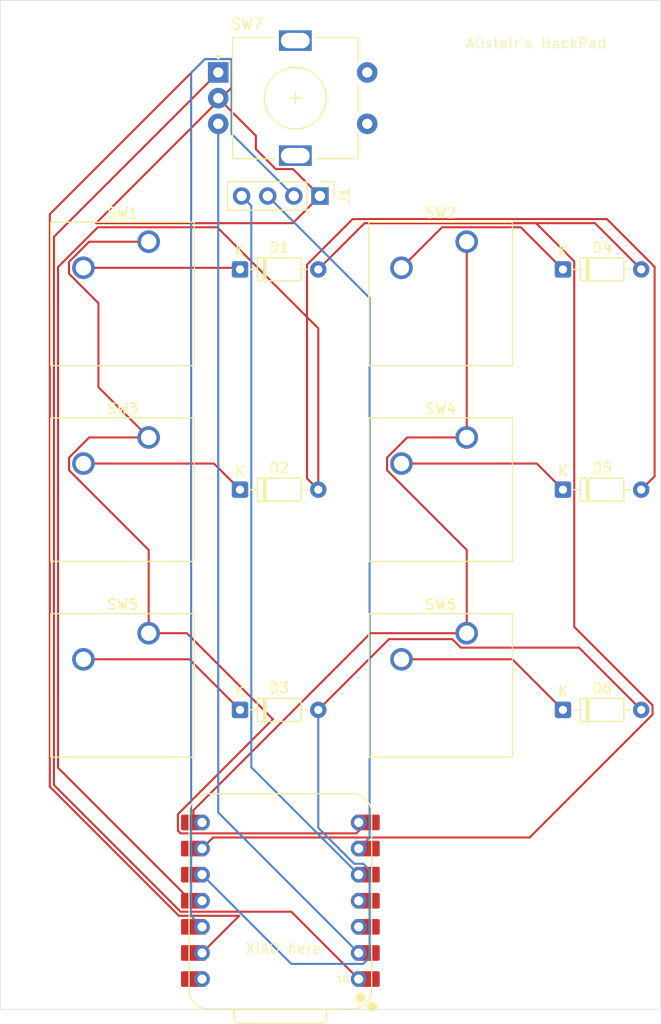
<source format=kicad_pcb>
(kicad_pcb (version 20241229) (generator "pcbnew") (generator_version "9.0")
  (layers (0 "F.Cu" signal) (2 "B.Cu" signal) (13 "F.Paste" user) (15 "B.Paste" user) (5 "F.SilkS" user "F.Silkscreen") (7 "B.SilkS" user "B.Silkscreen") (1 "F.Mask" user) (3 "B.Mask" user) (25 "Edge.Cuts" user))
  (net 0 "")
  (net 1 "Net-(D1-K)")
  (net 2 "/ROW0")
  (net 3 "/ROW1")
  (net 4 "Net-(D2-K)")
  (net 5 "/ROW2")
  (net 6 "Net-(D3-K)")
  (net 7 "Net-(D4-K)")
  (net 8 "Net-(D5-K)")
  (net 9 "Net-(D6-K)")
  (net 10 "GND")
  (net 11 "+3V3")
  (net 12 "/SDA")
  (net 13 "/SCL")
  (net 14 "/COL0")
  (net 15 "/COL1")
  (net 16 "/ENC_B")
  (net 17 "/ENC_A")
  (footprint "OPL:XIAO-RP2040-DIP" (layer "F.Cu") (at 158.2325 109.06125 180)
    (property "Reference" "U1" (at -6.07375 -7.62 180) (layer "F.SilkS") (effects (font (size 0.635 0.635) (thickness 0.1016))))
    (property "Value" "XIAO-RP2040-DIP")
    (fp_line (start 8.89 8.509) (end 8.89 -8.636) (stroke (width 0.127)) (layer "F.SilkS"))
    (fp_line (start 6.985 -10.541) (end -6.985 -10.541) (stroke (width 0.1)) (layer "F.SilkS"))
    (fp_line (start 6.985 -10.541) (end -6.985 -10.541) (stroke (width 0.127)) (layer "F.SilkS"))
    (fp_line (start 4.504 -11.451) (end 4.504 -10.541) (stroke (width 0.127)) (layer "F.SilkS"))
    (fp_line (start -3.991272 -11.951) (end 4.004 -11.951) (stroke (width 0.127)) (layer "F.SilkS"))
    (fp_line (start -4.495 -10.541) (end -4.491272 -11.451272) (stroke (width 0.127)) (layer "F.SilkS"))
    (fp_line (start -6.985 10.414) (end 6.985 10.414) (stroke (width 0.127)) (layer "F.SilkS"))
    (fp_line (start -8.89 8.509) (end -8.89 -8.636) (stroke (width 0.127)) (layer "F.SilkS"))
    (fp_arc (start 8.89 8.509) (mid 8.332038 9.856038) (end 6.985 10.414) (stroke (width 0.127)) (layer "F.SilkS"))
    (fp_arc (start 6.985 -10.541) (mid 8.332038 -9.983038) (end 8.89 -8.636) (stroke (width 0.127)) (layer "F.SilkS"))
    (fp_arc (start 4.004 -11.951) (mid 4.357553 -11.804553) (end 4.504 -11.451) (stroke (width 0.127)) (layer "F.SilkS"))
    (fp_arc (start -4.491272 -11.451272) (mid -4.344728 -11.80464) (end -3.991272 -11.951) (stroke (width 0.127)) (layer "F.SilkS"))
    (fp_arc (start -6.985 10.414) (mid -8.332038 9.856038) (end -8.89 8.509) (stroke (width 0.127)) (layer "F.SilkS"))
    (fp_arc (start -8.89 -8.636) (mid -8.332038 -9.983038) (end -6.985 -10.541) (stroke (width 0.127)) (layer "F.SilkS"))
    (fp_circle (center -7.807 -9.42) (end -7.807 -9.674) (stroke (width 0.5)) (fill yes) (layer "F.SilkS"))
    (fp_circle (center -8.95 -10.3) (end -8.95 -10.554) (stroke (width 0.5)) (fill yes) (layer "F.SilkS"))
    (pad "1" smd roundrect (at -8.455 -7.62) (size 2.432 1.524) (layers "F.Cu" "F.Mask") (roundrect_rratio 0.1) (net 17 "/ENC_A"))
    (pad "1" thru_hole circle (at -7.62 -7.62) (size 1.524 1.524) (drill 0.889) (layers "*.Cu" "*.Mask") (net 17 "/ENC_A"))
    (pad "2" smd roundrect (at -8.455 -5.08) (size 2.432 1.524) (layers "F.Cu" "F.Mask") (roundrect_rratio 0.1) (net 16 "/ENC_B"))
    (pad "2" thru_hole circle (at -7.62 -5.08) (size 1.524 1.524) (drill 0.889) (layers "*.Cu" "*.Mask") (net 16 "/ENC_B"))
    (pad "3" smd roundrect (at -8.455 -2.54) (size 2.432 1.524) (layers "F.Cu" "F.Mask") (roundrect_rratio 0.1))
    (pad "3" thru_hole circle (at -7.62 -2.54) (size 1.524 1.524) (drill 0.889) (layers "*.Cu" "*.Mask"))
    (pad "4" smd roundrect (at -8.455 0) (size 2.432 1.524) (layers "F.Cu" "F.Mask") (roundrect_rratio 0.1))
    (pad "4" thru_hole circle (at -7.62 0) (size 1.524 1.524) (drill 0.889) (layers "*.Cu" "*.Mask"))
    (pad "5" smd roundrect (at -8.455 2.54) (size 2.432 1.524) (layers "F.Cu" "F.Mask") (roundrect_rratio 0.1) (net 12 "/SDA"))
    (pad "5" thru_hole circle (at -7.62 2.54) (size 1.524 1.524) (drill 0.889) (layers "*.Cu" "*.Mask") (net 12 "/SDA"))
    (pad "6" smd roundrect (at -8.455 5.08) (size 2.432 1.524) (layers "F.Cu" "F.Mask") (roundrect_rratio 0.1) (net 13 "/SCL"))
    (pad "6" thru_hole circle (at -7.62 5.08) (size 1.524 1.524) (drill 0.889) (layers "*.Cu" "*.Mask") (net 13 "/SCL"))
    (pad "7" smd roundrect (at -8.455 7.62) (size 2.432 1.524) (layers "F.Cu" "F.Mask") (roundrect_rratio 0.1) (net 14 "/COL0"))
    (pad "7" thru_hole circle (at -7.62 7.62) (size 1.524 1.524) (drill 0.889) (layers "*.Cu" "*.Mask") (net 14 "/COL0"))
    (pad "8" thru_hole circle (at 7.62 7.62 180) (size 1.524 1.524) (drill 0.889) (layers "*.Cu" "*.Mask") (net 15 "/COL1"))
    (pad "8" smd roundrect (at 8.455 7.62 180) (size 2.432 1.524) (layers "F.Cu" "F.Mask") (roundrect_rratio 0.1) (net 15 "/COL1"))
    (pad "9" thru_hole circle (at 7.62 5.08 180) (size 1.524 1.524) (drill 0.889) (layers "*.Cu" "*.Mask") (net 2 "/ROW0"))
    (pad "9" smd roundrect (at 8.455 5.08 180) (size 2.432 1.524) (layers "F.Cu" "F.Mask") (roundrect_rratio 0.1) (net 2 "/ROW0"))
    (pad "10" thru_hole circle (at 7.62 2.54 180) (size 1.524 1.524) (drill 0.889) (layers "*.Cu" "*.Mask") (net 5 "/ROW2"))
    (pad "10" smd roundrect (at 8.455 2.54 180) (size 2.432 1.524) (layers "F.Cu" "F.Mask") (roundrect_rratio 0.1) (net 5 "/ROW2"))
    (pad "11" thru_hole circle (at 7.62 0 180) (size 1.524 1.524) (drill 0.889) (layers "*.Cu" "*.Mask") (net 3 "/ROW1"))
    (pad "11" smd roundrect (at 8.455 0 180) (size 2.432 1.524) (layers "F.Cu" "F.Mask") (roundrect_rratio 0.1) (net 3 "/ROW1"))
    (pad "12" thru_hole circle (at 7.62 -2.54 180) (size 1.524 1.524) (drill 0.889) (layers "*.Cu" "*.Mask") (net 11 "+3V3"))
    (pad "12" smd roundrect (at 8.455 -2.54 180) (size 2.432 1.524) (layers "F.Cu" "F.Mask") (roundrect_rratio 0.1) (net 11 "+3V3"))
    (pad "13" thru_hole circle (at 7.62 -5.08 180) (size 1.524 1.524) (drill 0.889) (layers "*.Cu" "*.Mask") (net 10 "GND"))
    (pad "13" smd roundrect (at 8.455 -5.08 180) (size 2.432 1.524) (layers "F.Cu" "F.Mask") (roundrect_rratio 0.1) (net 10 "GND"))
    (pad "14" thru_hole circle (at 7.62 -7.62 180) (size 1.524 1.524) (drill 0.889) (layers "*.Cu" "*.Mask"))
    (pad "14" smd roundrect (at 8.455 -7.62 180) (size 2.432 1.524) (layers "F.Cu" "F.Mask") (roundrect_rratio 0.1))
  )
  (footprint "Button_Switch_Keyboard:SW_Cherry_MX_1.00u_PCB" (layer "F.Cu") (at 145.415 83.02625)
    (property "Reference" "SW5" (at -2.54 -2.794 0) (layer "F.SilkS"))
    (property "Value" "SW_Push")
    (fp_line (start -9.525 -1.905) (end 4.445 -1.905) (stroke (width 0.12)) (layer "F.SilkS"))
    (fp_line (start -9.525 12.065) (end -9.525 -1.905) (stroke (width 0.12)) (layer "F.SilkS"))
    (fp_line (start 4.445 -1.905) (end 4.445 12.065) (stroke (width 0.12)) (layer "F.SilkS"))
    (fp_line (start 4.445 12.065) (end -9.525 12.065) (stroke (width 0.12)) (layer "F.SilkS"))
    (pad "" np_thru_hole circle (at -7.62 5.08) (size 1.7 1.7) (drill 1.7) (layers "*.Cu" "*.Mask"))
    (pad "" np_thru_hole circle (at -2.54 5.08) (size 4 4) (drill 4) (layers "*.Cu" "*.Mask"))
    (pad "" np_thru_hole circle (at 2.54 5.08) (size 1.7 1.7) (drill 1.7) (layers "*.Cu" "*.Mask"))
    (pad "1" thru_hole circle (at 0 0) (size 2.2 2.2) (drill 1.5) (layers "*.Cu" "*.Mask") (net 14 "/COL0"))
    (pad "2" thru_hole circle (at -6.35 2.54) (size 2.2 2.2) (drill 1.5) (layers "*.Cu" "*.Mask") (net 6 "Net-(D3-K)"))
  )
  (footprint "Button_Switch_Keyboard:SW_Cherry_MX_1.00u_PCB" (layer "F.Cu") (at 176.37125 83.02625)
    (property "Reference" "SW6" (at -2.54 -2.794 0) (layer "F.SilkS"))
    (property "Value" "SW_Push")
    (fp_line (start -9.525 -1.905) (end 4.445 -1.905) (stroke (width 0.12)) (layer "F.SilkS"))
    (fp_line (start -9.525 12.065) (end -9.525 -1.905) (stroke (width 0.12)) (layer "F.SilkS"))
    (fp_line (start 4.445 -1.905) (end 4.445 12.065) (stroke (width 0.12)) (layer "F.SilkS"))
    (fp_line (start 4.445 12.065) (end -9.525 12.065) (stroke (width 0.12)) (layer "F.SilkS"))
    (pad "" np_thru_hole circle (at -7.62 5.08) (size 1.7 1.7) (drill 1.7) (layers "*.Cu" "*.Mask"))
    (pad "" np_thru_hole circle (at -2.54 5.08) (size 4 4) (drill 4) (layers "*.Cu" "*.Mask"))
    (pad "" np_thru_hole circle (at 2.54 5.08) (size 1.7 1.7) (drill 1.7) (layers "*.Cu" "*.Mask"))
    (pad "1" thru_hole circle (at 0 0) (size 2.2 2.2) (drill 1.5) (layers "*.Cu" "*.Mask") (net 15 "/COL1"))
    (pad "2" thru_hole circle (at -6.35 2.54) (size 2.2 2.2) (drill 1.5) (layers "*.Cu" "*.Mask") (net 9 "Net-(D6-K)"))
  )
  (footprint "Button_Switch_Keyboard:SW_Cherry_MX_1.00u_PCB" (layer "F.Cu") (at 145.415 44.92625)
    (property "Reference" "SW1" (at -2.54 -2.794 0) (layer "F.SilkS"))
    (property "Value" "SW_Push")
    (fp_line (start -9.525 -1.905) (end 4.445 -1.905) (stroke (width 0.12)) (layer "F.SilkS"))
    (fp_line (start -9.525 12.065) (end -9.525 -1.905) (stroke (width 0.12)) (layer "F.SilkS"))
    (fp_line (start 4.445 -1.905) (end 4.445 12.065) (stroke (width 0.12)) (layer "F.SilkS"))
    (fp_line (start 4.445 12.065) (end -9.525 12.065) (stroke (width 0.12)) (layer "F.SilkS"))
    (pad "" np_thru_hole circle (at -7.62 5.08) (size 1.7 1.7) (drill 1.7) (layers "*.Cu" "*.Mask"))
    (pad "" np_thru_hole circle (at -2.54 5.08) (size 4 4) (drill 4) (layers "*.Cu" "*.Mask"))
    (pad "" np_thru_hole circle (at 2.54 5.08) (size 1.7 1.7) (drill 1.7) (layers "*.Cu" "*.Mask"))
    (pad "1" thru_hole circle (at 0 0) (size 2.2 2.2) (drill 1.5) (layers "*.Cu" "*.Mask") (net 14 "/COL0"))
    (pad "2" thru_hole circle (at -6.35 2.54) (size 2.2 2.2) (drill 1.5) (layers "*.Cu" "*.Mask") (net 1 "Net-(D1-K)"))
  )
  (footprint "Button_Switch_Keyboard:SW_Cherry_MX_1.00u_PCB" (layer "F.Cu") (at 145.415 63.97625)
    (property "Reference" "SW3" (at -2.54 -2.794 0) (layer "F.SilkS"))
    (property "Value" "SW_Push")
    (fp_line (start -9.525 -1.905) (end 4.445 -1.905) (stroke (width 0.12)) (layer "F.SilkS"))
    (fp_line (start -9.525 12.065) (end -9.525 -1.905) (stroke (width 0.12)) (layer "F.SilkS"))
    (fp_line (start 4.445 -1.905) (end 4.445 12.065) (stroke (width 0.12)) (layer "F.SilkS"))
    (fp_line (start 4.445 12.065) (end -9.525 12.065) (stroke (width 0.12)) (layer "F.SilkS"))
    (pad "" np_thru_hole circle (at -7.62 5.08) (size 1.7 1.7) (drill 1.7) (layers "*.Cu" "*.Mask"))
    (pad "" np_thru_hole circle (at -2.54 5.08) (size 4 4) (drill 4) (layers "*.Cu" "*.Mask"))
    (pad "" np_thru_hole circle (at 2.54 5.08) (size 1.7 1.7) (drill 1.7) (layers "*.Cu" "*.Mask"))
    (pad "1" thru_hole circle (at 0 0) (size 2.2 2.2) (drill 1.5) (layers "*.Cu" "*.Mask") (net 14 "/COL0"))
    (pad "2" thru_hole circle (at -6.35 2.54) (size 2.2 2.2) (drill 1.5) (layers "*.Cu" "*.Mask") (net 4 "Net-(D2-K)"))
  )
  (footprint "Connector_PinHeader_2.54mm:PinHeader_1x04_P2.54mm_Vertical" (layer "F.Cu") (at 162.08375 40.48125 -90)
    (property "Reference" "J1" (at 0 -2.38 90) (layer "F.SilkS"))
    (property "Value" "Conn_01x04")
    (fp_line (start -1.38 9) (end 1.38 9) (stroke (width 0.12)) (layer "F.SilkS"))
    (fp_line (start -1.38 1.27) (end -1.38 9) (stroke (width 0.12)) (layer "F.SilkS"))
    (fp_line (start -1.38 1.27) (end 1.38 1.27) (stroke (width 0.12)) (layer "F.SilkS"))
    (fp_line (start 1.38 1.27) (end 1.38 9) (stroke (width 0.12)) (layer "F.SilkS"))
    (fp_line (start -1.38 0) (end -1.38 -1.38) (stroke (width 0.12)) (layer "F.SilkS"))
    (fp_line (start -1.38 -1.38) (end 0 -1.38) (stroke (width 0.12)) (layer "F.SilkS"))
    (pad "1" thru_hole rect (at 0 0 270) (size 1.7 1.7) (drill 1) (layers "*.Cu" "*.Mask") (net 10 "GND"))
    (pad "2" thru_hole circle (at 0 2.54 270) (size 1.7 1.7) (drill 1) (layers "*.Cu" "*.Mask") (net 11 "+3V3"))
    (pad "3" thru_hole circle (at 0 5.08 270) (size 1.7 1.7) (drill 1) (layers "*.Cu" "*.Mask") (net 13 "/SCL"))
    (pad "4" thru_hole circle (at 0 7.62 270) (size 1.7 1.7) (drill 1) (layers "*.Cu" "*.Mask") (net 12 "/SDA"))
  )
  (footprint "Diode_THT:D_DO-35_SOD27_P7.62mm_Horizontal" (layer "F.Cu") (at 154.305 69.05625)
    (property "Reference" "D2" (at 3.81 -2.12 0) (layer "F.SilkS"))
    (property "Value" "1N4148")
    (fp_line (start 1.04 0) (end 1.69 0) (stroke (width 0.12)) (layer "F.SilkS"))
    (fp_line (start 2.29 -1.12) (end 2.29 1.12) (stroke (width 0.12)) (layer "F.SilkS"))
    (fp_line (start 2.41 -1.12) (end 2.41 1.12) (stroke (width 0.12)) (layer "F.SilkS"))
    (fp_line (start 2.53 -1.12) (end 2.53 1.12) (stroke (width 0.12)) (layer "F.SilkS"))
    (fp_line (start 6.58 0) (end 5.93 0) (stroke (width 0.12)) (layer "F.SilkS"))
    (fp_rect (start 1.69 -1.12) (end 5.93 1.12) (stroke (width 0.12)) (fill no) (layer "F.SilkS"))
    (fp_text user "K" (at 0 -1.8 0) (layer "F.SilkS"))
    (pad "1" thru_hole roundrect (at 0 0) (size 1.6 1.6) (drill 0.8) (layers "*.Cu" "*.Mask") (roundrect_rratio 0.15625) (net 4 "Net-(D2-K)"))
    (pad "2" thru_hole circle (at 7.62 0) (size 1.6 1.6) (drill 0.8) (layers "*.Cu" "*.Mask") (net 3 "/ROW1"))
  )
  (footprint "Diode_THT:D_DO-35_SOD27_P7.62mm_Horizontal" (layer "F.Cu") (at 185.7375 47.625)
    (property "Reference" "D4" (at 3.81 -2.12 0) (layer "F.SilkS"))
    (property "Value" "1N4148")
    (fp_line (start 1.04 0) (end 1.69 0) (stroke (width 0.12)) (layer "F.SilkS"))
    (fp_line (start 2.29 -1.12) (end 2.29 1.12) (stroke (width 0.12)) (layer "F.SilkS"))
    (fp_line (start 2.41 -1.12) (end 2.41 1.12) (stroke (width 0.12)) (layer "F.SilkS"))
    (fp_line (start 2.53 -1.12) (end 2.53 1.12) (stroke (width 0.12)) (layer "F.SilkS"))
    (fp_line (start 6.58 0) (end 5.93 0) (stroke (width 0.12)) (layer "F.SilkS"))
    (fp_rect (start 1.69 -1.12) (end 5.93 1.12) (stroke (width 0.12)) (fill no) (layer "F.SilkS"))
    (fp_text user "K" (at 0 -1.8 0) (layer "F.SilkS"))
    (pad "1" thru_hole roundrect (at 0 0) (size 1.6 1.6) (drill 0.8) (layers "*.Cu" "*.Mask") (roundrect_rratio 0.15625) (net 7 "Net-(D4-K)"))
    (pad "2" thru_hole circle (at 7.62 0) (size 1.6 1.6) (drill 0.8) (layers "*.Cu" "*.Mask") (net 2 "/ROW0"))
  )
  (footprint "Rotary_Encoder:RotaryEncoder_Alps_EC11E-Switch_Vertical_H20mm" (layer "F.Cu") (at 152.1875 28.45625)
    (property "Reference" "SW7" (at 2.8 -4.7 0) (layer "F.SilkS"))
    (property "Value" "RotaryEncoder")
    (fp_line (start -0.3 -1.6) (end 0.3 -1.6) (stroke (width 0.12)) (layer "F.SilkS"))
    (fp_line (start 0 -1.3) (end -0.3 -1.6) (stroke (width 0.12)) (layer "F.SilkS"))
    (fp_line (start 0.3 -1.6) (end 0 -1.3) (stroke (width 0.12)) (layer "F.SilkS"))
    (fp_line (start 1.4 -3.4) (end 1.4 8.4) (stroke (width 0.12)) (layer "F.SilkS"))
    (fp_line (start 5.5 -3.4) (end 1.4 -3.4) (stroke (width 0.12)) (layer "F.SilkS"))
    (fp_line (start 5.5 8.4) (end 1.4 8.4) (stroke (width 0.12)) (layer "F.SilkS"))
    (fp_line (start 7 2.5) (end 8 2.5) (stroke (width 0.12)) (layer "F.SilkS"))
    (fp_line (start 7.5 2) (end 7.5 3) (stroke (width 0.12)) (layer "F.SilkS"))
    (fp_line (start 9.5 -3.4) (end 13.6 -3.4) (stroke (width 0.12)) (layer "F.SilkS"))
    (fp_line (start 13.6 -3.4) (end 13.6 -1) (stroke (width 0.12)) (layer "F.SilkS"))
    (fp_line (start 13.6 1.2) (end 13.6 3.8) (stroke (width 0.12)) (layer "F.SilkS"))
    (fp_line (start 13.6 6) (end 13.6 8.4) (stroke (width 0.12)) (layer "F.SilkS"))
    (fp_line (start 13.6 8.4) (end 9.5 8.4) (stroke (width 0.12)) (layer "F.SilkS"))
    (fp_circle (center 7.5 2.5) (end 10.5 2.5) (stroke (width 0.12)) (fill no) (layer "F.SilkS"))
    (pad "A" thru_hole rect (at 0 0) (size 2 2) (drill 1) (layers "*.Cu" "*.Mask") (net 17 "/ENC_A"))
    (pad "B" thru_hole circle (at 0 5) (size 2 2) (drill 1) (layers "*.Cu" "*.Mask") (net 16 "/ENC_B"))
    (pad "C" thru_hole circle (at 0 2.5) (size 2 2) (drill 1) (layers "*.Cu" "*.Mask") (net 10 "GND"))
    (pad "MP" thru_hole rect (at 7.5 -3.1) (size 3.2 2) (drill oval 2.8 1.5) (layers "*.Cu" "*.Mask"))
    (pad "MP" thru_hole rect (at 7.5 8.1) (size 3.2 2) (drill oval 2.8 1.5) (layers "*.Cu" "*.Mask"))
    (pad "S1" thru_hole circle (at 14.5 5) (size 2 2) (drill 1) (layers "*.Cu" "*.Mask"))
    (pad "S2" thru_hole circle (at 14.5 0) (size 2 2) (drill 1) (layers "*.Cu" "*.Mask"))
  )
  (footprint "Diode_THT:D_DO-35_SOD27_P7.62mm_Horizontal" (layer "F.Cu") (at 154.305 47.625)
    (property "Reference" "D1" (at 3.81 -2.12 0) (layer "F.SilkS"))
    (property "Value" "1N4148")
    (fp_line (start 1.04 0) (end 1.69 0) (stroke (width 0.12)) (layer "F.SilkS"))
    (fp_line (start 2.29 -1.12) (end 2.29 1.12) (stroke (width 0.12)) (layer "F.SilkS"))
    (fp_line (start 2.41 -1.12) (end 2.41 1.12) (stroke (width 0.12)) (layer "F.SilkS"))
    (fp_line (start 2.53 -1.12) (end 2.53 1.12) (stroke (width 0.12)) (layer "F.SilkS"))
    (fp_line (start 6.58 0) (end 5.93 0) (stroke (width 0.12)) (layer "F.SilkS"))
    (fp_rect (start 1.69 -1.12) (end 5.93 1.12) (stroke (width 0.12)) (fill no) (layer "F.SilkS"))
    (fp_text user "K" (at 0 -1.8 0) (layer "F.SilkS"))
    (pad "1" thru_hole roundrect (at 0 0) (size 1.6 1.6) (drill 0.8) (layers "*.Cu" "*.Mask") (roundrect_rratio 0.15625) (net 1 "Net-(D1-K)"))
    (pad "2" thru_hole circle (at 7.62 0) (size 1.6 1.6) (drill 0.8) (layers "*.Cu" "*.Mask") (net 2 "/ROW0"))
  )
  (footprint "Button_Switch_Keyboard:SW_Cherry_MX_1.00u_PCB" (layer "F.Cu") (at 176.37125 63.97625)
    (property "Reference" "SW4" (at -2.54 -2.794 0) (layer "F.SilkS"))
    (property "Value" "SW_Push")
    (fp_line (start -9.525 -1.905) (end 4.445 -1.905) (stroke (width 0.12)) (layer "F.SilkS"))
    (fp_line (start -9.525 12.065) (end -9.525 -1.905) (stroke (width 0.12)) (layer "F.SilkS"))
    (fp_line (start 4.445 -1.905) (end 4.445 12.065) (stroke (width 0.12)) (layer "F.SilkS"))
    (fp_line (start 4.445 12.065) (end -9.525 12.065) (stroke (width 0.12)) (layer "F.SilkS"))
    (pad "" np_thru_hole circle (at -7.62 5.08) (size 1.7 1.7) (drill 1.7) (layers "*.Cu" "*.Mask"))
    (pad "" np_thru_hole circle (at -2.54 5.08) (size 4 4) (drill 4) (layers "*.Cu" "*.Mask"))
    (pad "" np_thru_hole circle (at 2.54 5.08) (size 1.7 1.7) (drill 1.7) (layers "*.Cu" "*.Mask"))
    (pad "1" thru_hole circle (at 0 0) (size 2.2 2.2) (drill 1.5) (layers "*.Cu" "*.Mask") (net 15 "/COL1"))
    (pad "2" thru_hole circle (at -6.35 2.54) (size 2.2 2.2) (drill 1.5) (layers "*.Cu" "*.Mask") (net 8 "Net-(D5-K)"))
  )
  (footprint "Diode_THT:D_DO-35_SOD27_P7.62mm_Horizontal" (layer "F.Cu") (at 154.305 90.4875)
    (property "Reference" "D3" (at 3.81 -2.12 0) (layer "F.SilkS"))
    (property "Value" "1N4148")
    (fp_line (start 1.04 0) (end 1.69 0) (stroke (width 0.12)) (layer "F.SilkS"))
    (fp_line (start 2.29 -1.12) (end 2.29 1.12) (stroke (width 0.12)) (layer "F.SilkS"))
    (fp_line (start 2.41 -1.12) (end 2.41 1.12) (stroke (width 0.12)) (layer "F.SilkS"))
    (fp_line (start 2.53 -1.12) (end 2.53 1.12) (stroke (width 0.12)) (layer "F.SilkS"))
    (fp_line (start 6.58 0) (end 5.93 0) (stroke (width 0.12)) (layer "F.SilkS"))
    (fp_rect (start 1.69 -1.12) (end 5.93 1.12) (stroke (width 0.12)) (fill no) (layer "F.SilkS"))
    (fp_text user "K" (at 0 -1.8 0) (layer "F.SilkS"))
    (pad "1" thru_hole roundrect (at 0 0) (size 1.6 1.6) (drill 0.8) (layers "*.Cu" "*.Mask") (roundrect_rratio 0.15625) (net 6 "Net-(D3-K)"))
    (pad "2" thru_hole circle (at 7.62 0) (size 1.6 1.6) (drill 0.8) (layers "*.Cu" "*.Mask") (net 5 "/ROW2"))
  )
  (footprint "Diode_THT:D_DO-35_SOD27_P7.62mm_Horizontal" (layer "F.Cu") (at 185.7375 90.4875)
    (property "Reference" "D6" (at 3.81 -2.12 0) (layer "F.SilkS"))
    (property "Value" "1N4148")
    (fp_line (start 1.04 0) (end 1.69 0) (stroke (width 0.12)) (layer "F.SilkS"))
    (fp_line (start 2.29 -1.12) (end 2.29 1.12) (stroke (width 0.12)) (layer "F.SilkS"))
    (fp_line (start 2.41 -1.12) (end 2.41 1.12) (stroke (width 0.12)) (layer "F.SilkS"))
    (fp_line (start 2.53 -1.12) (end 2.53 1.12) (stroke (width 0.12)) (layer "F.SilkS"))
    (fp_line (start 6.58 0) (end 5.93 0) (stroke (width 0.12)) (layer "F.SilkS"))
    (fp_rect (start 1.69 -1.12) (end 5.93 1.12) (stroke (width 0.12)) (fill no) (layer "F.SilkS"))
    (fp_text user "K" (at 0 -1.8 0) (layer "F.SilkS"))
    (pad "1" thru_hole roundrect (at 0 0) (size 1.6 1.6) (drill 0.8) (layers "*.Cu" "*.Mask") (roundrect_rratio 0.15625) (net 9 "Net-(D6-K)"))
    (pad "2" thru_hole circle (at 7.62 0) (size 1.6 1.6) (drill 0.8) (layers "*.Cu" "*.Mask") (net 5 "/ROW2"))
  )
  (footprint "Diode_THT:D_DO-35_SOD27_P7.62mm_Horizontal" (layer "F.Cu") (at 185.7375 69.05625)
    (property "Reference" "D5" (at 3.81 -2.12 0) (layer "F.SilkS"))
    (property "Value" "1N4148")
    (fp_line (start 1.04 0) (end 1.69 0) (stroke (width 0.12)) (layer "F.SilkS"))
    (fp_line (start 2.29 -1.12) (end 2.29 1.12) (stroke (width 0.12)) (layer "F.SilkS"))
    (fp_line (start 2.41 -1.12) (end 2.41 1.12) (stroke (width 0.12)) (layer "F.SilkS"))
    (fp_line (start 2.53 -1.12) (end 2.53 1.12) (stroke (width 0.12)) (layer "F.SilkS"))
    (fp_line (start 6.58 0) (end 5.93 0) (stroke (width 0.12)) (layer "F.SilkS"))
    (fp_rect (start 1.69 -1.12) (end 5.93 1.12) (stroke (width 0.12)) (fill no) (layer "F.SilkS"))
    (fp_text user "K" (at 0 -1.8 0) (layer "F.SilkS"))
    (pad "1" thru_hole roundrect (at 0 0) (size 1.6 1.6) (drill 0.8) (layers "*.Cu" "*.Mask") (roundrect_rratio 0.15625) (net 8 "Net-(D5-K)"))
    (pad "2" thru_hole circle (at 7.62 0) (size 1.6 1.6) (drill 0.8) (layers "*.Cu" "*.Mask") (net 3 "/ROW1"))
  )
  (footprint "Button_Switch_Keyboard:SW_Cherry_MX_1.00u_PCB" (layer "F.Cu") (at 176.37125 44.92625)
    (property "Reference" "SW2" (at -2.54 -2.794 0) (layer "F.SilkS"))
    (property "Value" "SW_Push")
    (fp_line (start -9.525 -1.905) (end 4.445 -1.905) (stroke (width 0.12)) (layer "F.SilkS"))
    (fp_line (start -9.525 12.065) (end -9.525 -1.905) (stroke (width 0.12)) (layer "F.SilkS"))
    (fp_line (start 4.445 -1.905) (end 4.445 12.065) (stroke (width 0.12)) (layer "F.SilkS"))
    (fp_line (start 4.445 12.065) (end -9.525 12.065) (stroke (width 0.12)) (layer "F.SilkS"))
    (pad "" np_thru_hole circle (at -7.62 5.08) (size 1.7 1.7) (drill 1.7) (layers "*.Cu" "*.Mask"))
    (pad "" np_thru_hole circle (at -2.54 5.08) (size 4 4) (drill 4) (layers "*.Cu" "*.Mask"))
    (pad "" np_thru_hole circle (at 2.54 5.08) (size 1.7 1.7) (drill 1.7) (layers "*.Cu" "*.Mask"))
    (pad "1" thru_hole circle (at 0 0) (size 2.2 2.2) (drill 1.5) (layers "*.Cu" "*.Mask") (net 15 "/COL1"))
    (pad "2" thru_hole circle (at -6.35 2.54) (size 2.2 2.2) (drill 1.5) (layers "*.Cu" "*.Mask") (net 7 "Net-(D4-K)"))
  )
  (gr_rect (start 130.96875 21.43125) (end 195.2625 119.6325) (stroke (width 0.05)) (fill no) (layer "Edge.Cuts"))
  (gr_text "XIAO here" (at 154.78125 114.3 0) (layer "F.SilkS") (effects (font (size 1 1) (thickness 0.1)) (justify left bottom)))
  (gr_text "Alistair's HackPad" (at 176.2125 26.19375 0) (layer "F.SilkS") (effects (font (size 1 1) (thickness 0.1)) (justify left bottom)))
  (segment (start 139.065 47.46625) (end 154.14625 47.46625) (width 0.2) (layer "F.Cu") (net 1))
  (segment (start 154.14625 47.46625) (end 154.305 47.625) (width 0.2) (layer "F.Cu") (net 1))
  (segment (start 161.925 47.625) (end 166.42575 43.12425) (width 0.2) (layer "F.Cu") (net 2))
  (segment (start 186.8385 46.83984) (end 186.8385 82.41145) (width 0.2) (layer "F.Cu") (net 2))
  (segment (start 182.4968 102.90525) (end 151.6885 102.90525) (width 0.2) (layer "F.Cu") (net 2))
  (segment (start 194.4585 90.94355) (end 182.4968 102.90525) (width 0.2) (layer "F.Cu") (net 2))
  (segment (start 188.85675 43.12425) (end 193.3575 47.625) (width 0.2) (layer "F.Cu") (net 2))
  (segment (start 186.8385 82.41145) (end 194.4585 90.03145) (width 0.2) (layer "F.Cu") (net 2))
  (segment (start 151.6885 102.90525) (end 150.6125 103.98125) (width 0.2) (layer "F.Cu") (net 2))
  (segment (start 166.42575 43.12425) (end 188.85675 43.12425) (width 0.2) (layer "F.Cu") (net 2))
  (segment (start 194.4585 90.03145) (end 194.4585 90.94355) (width 0.2) (layer "F.Cu") (net 2))
  (segment (start 166.42575 43.12425) (end 183.12291 43.12425) (width 0.2) (layer "F.Cu") (net 2))
  (segment (start 183.12291 43.12425) (end 186.8385 46.83984) (width 0.2) (layer "F.Cu") (net 2))
  (segment (start 160.824 47.16895) (end 165.2697 42.72325) (width 0.2) (layer "F.Cu") (net 3))
  (segment (start 136.594 47.388836) (end 136.594 96.12038) (width 0.2) (layer "F.Cu") (net 3))
  (segment (start 194.6615 67.75225) (end 193.3575 69.05625) (width 0.2) (layer "F.Cu") (net 3))
  (segment (start 160.824 67.95525) (end 160.824 47.16895) (width 0.2) (layer "F.Cu") (net 3))
  (segment (start 161.925 53.35884) (end 152.09141 43.52525) (width 0.2) (layer "F.Cu") (net 3))
  (segment (start 194.6615 47.37195) (end 194.6615 67.75225) (width 0.2) (layer "F.Cu") (net 3))
  (segment (start 149.53487 109.06125) (end 150.6125 109.06125) (width 0.2) (layer "F.Cu") (net 3))
  (segment (start 161.925 69.05625) (end 161.925 53.35884) (width 0.2) (layer "F.Cu") (net 3))
  (segment (start 190.0128 42.72325) (end 194.6615 47.37195) (width 0.2) (layer "F.Cu") (net 3))
  (segment (start 140.457586 43.52525) (end 136.594 47.388836) (width 0.2) (layer "F.Cu") (net 3))
  (segment (start 161.925 69.05625) (end 160.824 67.95525) (width 0.2) (layer "F.Cu") (net 3))
  (segment (start 152.09141 43.52525) (end 140.457586 43.52525) (width 0.2) (layer "F.Cu") (net 3))
  (segment (start 136.594 96.12038) (end 149.53487 109.06125) (width 0.2) (layer "F.Cu") (net 3))
  (segment (start 165.2697 42.72325) (end 190.0128 42.72325) (width 0.2) (layer "F.Cu") (net 3))
  (segment (start 139.065 66.51625) (end 151.765 66.51625) (width 0.2) (layer "F.Cu") (net 4))
  (segment (start 151.765 66.51625) (end 154.305 69.05625) (width 0.2) (layer "F.Cu") (net 4))
  (segment (start 187.29725 84.42725) (end 193.3575 90.4875) (width 0.2) (layer "F.Cu") (net 5))
  (segment (start 174.97025 83.606564) (end 175.790936 84.42725) (width 0.2) (layer "F.Cu") (net 5))
  (segment (start 168.805936 83.606564) (end 174.97025 83.606564) (width 0.2) (layer "F.Cu") (net 5))
  (segment (start 161.925 90.4875) (end 168.805936 83.606564) (width 0.2) (layer "F.Cu") (net 5))
  (segment (start 175.790936 84.42725) (end 187.29725 84.42725) (width 0.2) (layer "F.Cu") (net 5))
  (segment (start 166.9155 114.58156) (end 166.29281 115.20425) (width 0.2) (layer "B.Cu") (net 5))
  (segment (start 166.9155 106.08094) (end 166.9155 114.58156) (width 0.2) (layer "B.Cu") (net 5))
  (segment (start 165.41219 105.45825) (end 166.29281 105.45825) (width 0.2) (layer "B.Cu") (net 5))
  (segment (start 166.29281 105.45825) (end 166.9155 106.08094) (width 0.2) (layer "B.Cu") (net 5))
  (segment (start 161.925 101.97106) (end 165.41219 105.45825) (width 0.2) (layer "B.Cu") (net 5))
  (segment (start 159.2955 115.20425) (end 150.6125 106.52125) (width 0.2) (layer "B.Cu") (net 5))
  (segment (start 161.925 90.4875) (end 161.925 101.97106) (width 0.2) (layer "B.Cu") (net 5))
  (segment (start 166.29281 115.20425) (end 159.2955 115.20425) (width 0.2) (layer "B.Cu") (net 5))
  (segment (start 139.065 85.56625) (end 149.38375 85.56625) (width 0.2) (layer "F.Cu") (net 6))
  (segment (start 149.38375 85.56625) (end 154.305 90.4875) (width 0.2) (layer "F.Cu") (net 6))
  (segment (start 170.02125 47.46625) (end 173.96225 43.52525) (width 0.2) (layer "F.Cu") (net 7))
  (segment (start 181.63775 43.52525) (end 185.7375 47.625) (width 0.2) (layer "F.Cu") (net 7))
  (segment (start 173.96225 43.52525) (end 181.63775 43.52525) (width 0.2) (layer "F.Cu") (net 7))
  (segment (start 170.02125 66.51625) (end 183.1975 66.51625) (width 0.2) (layer "F.Cu") (net 8))
  (segment (start 183.1975 66.51625) (end 185.7375 69.05625) (width 0.2) (layer "F.Cu") (net 8))
  (segment (start 170.02125 85.56625) (end 180.81625 85.56625) (width 0.2) (layer "F.Cu") (net 9))
  (segment (start 180.81625 85.56625) (end 185.7375 90.4875) (width 0.2) (layer "F.Cu") (net 9))
  (segment (start 154.2285 110.52525) (end 150.6125 114.14125) (width 0.2) (layer "F.Cu") (net 10))
  (segment (start 162.08375 40.48125) (end 159.44075 43.12425) (width 0.2) (layer "F.Cu") (net 10))
  (segment (start 159.45975 37.85725) (end 162.08375 40.48125) (width 0.2) (layer "F.Cu") (net 10))
  (segment (start 155.85275 34.6215) (end 155.85275 35.9235) (width 0.2) (layer "F.Cu") (net 10))
  (segment (start 155.85275 35.9235) (end 157.7865 37.85725) (width 0.2) (layer "F.Cu") (net 10))
  (segment (start 153.4885 27.15525) (end 150.8865 27.15525) (width 0.2) (layer "F.Cu") (net 10))
  (segment (start 140.291486 43.12425) (end 153.4885 29.927236) (width 0.2) (layer "F.Cu") (net 10))
  (segment (start 150.8865 27.15525) (end 135.792 42.24975) (width 0.2) (layer "F.Cu") (net 10))
  (segment (start 148.355774 110.52525) (end 154.2285 110.52525) (width 0.2) (layer "F.Cu") (net 10))
  (segment (start 135.792 42.24975) (end 135.792 97.961476) (width 0.2) (layer "F.Cu") (net 10))
  (segment (start 153.4885 29.927236) (end 153.4885 27.15525) (width 0.2) (layer "F.Cu") (net 10))
  (segment (start 159.44075 43.12425) (end 140.291486 43.12425) (width 0.2) (layer "F.Cu") (net 10))
  (segment (start 152.1875 30.95625) (end 155.85275 34.6215) (width 0.2) (layer "F.Cu") (net 10))
  (segment (start 157.7865 37.85725) (end 159.45975 37.85725) (width 0.2) (layer "F.Cu") (net 10))
  (segment (start 135.792 97.961476) (end 148.355774 110.52525) (width 0.2) (layer "F.Cu") (net 10))
  (segment (start 153.4885 27.15525) (end 150.8865 27.15525) (width 0.2) (layer "B.Cu") (net 11))
  (segment (start 150.8865 27.15525) (end 149.5495 28.49225) (width 0.2) (layer "B.Cu") (net 11))
  (segment (start 149.5495 110.53825) (end 150.6125 111.60125) (width 0.2) (layer "B.Cu") (net 11))
  (segment (start 159.54375 40.48125) (end 153.4885 34.426) (width 0.2) (layer "B.Cu") (net 11))
  (segment (start 153.4885 34.426) (end 153.4885 27.15525) (width 0.2) (layer "B.Cu") (net 11))
  (segment (start 149.5495 28.49225) (end 149.5495 110.53825) (width 0.2) (layer "B.Cu") (net 11))
  (segment (start 155.406 41.4235) (end 155.406 96.07475) (width 0.2) (layer "B.Cu") (net 12))
  (segment (start 155.406 96.07475) (end 165.8525 106.52125) (width 0.2) (layer "B.Cu") (net 12))
  (segment (start 154.46375 40.48125) (end 155.406 41.4235) (width 0.2) (layer "B.Cu") (net 12))
  (segment (start 166.9155 102.91825) (end 165.8525 103.98125) (width 0.2) (layer "B.Cu") (net 13))
  (segment (start 166.9155 50.393) (end 166.9155 102.91825) (width 0.2) (layer "B.Cu") (net 13))
  (segment (start 157.00375 40.48125) (end 166.9155 50.393) (width 0.2) (layer "B.Cu") (net 13))
  (segment (start 139.623686 63.97625) (end 137.664 65.935936) (width 0.2) (layer "F.Cu") (net 14))
  (segment (start 157.505549 91.394575) (end 148.2605 100.639624) (width 0.2) (layer "F.Cu") (net 14))
  (segment (start 145.415 83.02625) (end 149.137224 83.02625) (width 0.2) (layer "F.Cu") (net 14))
  (segment (start 145.415 44.92625) (end 139.623686 44.92625) (width 0.2) (layer "F.Cu") (net 14))
  (segment (start 149.137224 83.02625) (end 157.505549 91.394575) (width 0.2) (layer "F.Cu") (net 14))
  (segment (start 145.415 74.921066) (end 145.415 83.02625) (width 0.2) (layer "F.Cu") (net 14))
  (segment (start 148.2605 100.639624) (end 148.2605 102.242876) (width 0.2) (layer "F.Cu") (net 14))
  (segment (start 137.664 48.046564) (end 140.524 50.906564) (width 0.2) (layer "F.Cu") (net 14))
  (segment (start 140.524 59.08525) (end 145.415 63.97625) (width 0.2) (layer "F.Cu") (net 14))
  (segment (start 148.2605 102.242876) (end 148.521874 102.50425) (width 0.2) (layer "F.Cu") (net 14))
  (segment (start 137.664 65.935936) (end 137.664 67.170066) (width 0.2) (layer "F.Cu") (net 14))
  (segment (start 137.664 67.170066) (end 145.415 74.921066) (width 0.2) (layer "F.Cu") (net 14))
  (segment (start 137.664 46.885936) (end 137.664 48.046564) (width 0.2) (layer "F.Cu") (net 14))
  (segment (start 148.521874 102.50425) (end 165.6245 102.50425) (width 0.2) (layer "F.Cu") (net 14))
  (segment (start 139.623686 44.92625) (end 137.664 46.885936) (width 0.2) (layer "F.Cu") (net 14))
  (segment (start 145.415 63.97625) (end 139.623686 63.97625) (width 0.2) (layer "F.Cu") (net 14))
  (segment (start 140.524 50.906564) (end 140.524 59.08525) (width 0.2) (layer "F.Cu") (net 14))
  (segment (start 165.6245 102.50425) (end 166.6875 101.44125) (width 0.2) (layer "F.Cu") (net 14))
  (segment (start 149.7775 100.25375) (end 149.7775 101.44125) (width 0.2) (layer "F.Cu") (net 15))
  (segment (start 176.37125 83.02625) (end 167.005 83.02625) (width 0.2) (layer "F.Cu") (net 15))
  (segment (start 167.005 83.02625) (end 149.7775 100.25375) (width 0.2) (layer "F.Cu") (net 15))
  (segment (start 176.37125 74.921066) (end 176.37125 83.02625) (width 0.2) (layer "F.Cu") (net 15))
  (segment (start 168.62025 65.935936) (end 168.62025 67.170066) (width 0.2) (layer "F.Cu") (net 15))
  (segment (start 168.62025 67.170066) (end 176.37125 74.921066) (width 0.2) (layer "F.Cu") (net 15))
  (segment (start 176.37125 63.97625) (end 170.579936 63.97625) (width 0.2) (layer "F.Cu") (net 15))
  (segment (start 176.37125 44.92625) (end 176.37125 63.97625) (width 0.2) (layer "F.Cu") (net 15))
  (segment (start 170.579936 63.97625) (end 168.62025 65.935936) (width 0.2) (layer "F.Cu") (net 15))
  (segment (start 152.28125 33.45625) (end 152.4 33.3375) (width 0.2) (layer "F.Cu") (net 16))
  (segment (start 152.1875 33.45625) (end 152.28125 33.45625) (width 0.2) (layer "F.Cu") (net 16))
  (segment (start 152.1875 100.47625) (end 165.8525 114.14125) (width 0.2) (layer "B.Cu") (net 16))
  (segment (start 152.1875 33.45625) (end 152.1875 100.47625) (width 0.2) (layer "B.Cu") (net 16))
  (segment (start 148.521874 110.12425) (end 159.2955 110.12425) (width 0.2) (layer "F.Cu") (net 17))
  (segment (start 152.1875 28.45625) (end 136.193 44.45075) (width 0.2) (layer "F.Cu") (net 17))
  (segment (start 136.193 44.45075) (end 136.193 97.795376) (width 0.2) (layer "F.Cu") (net 17))
  (segment (start 136.193 97.795376) (end 148.521874 110.12425) (width 0.2) (layer "F.Cu") (net 17))
  (segment (start 159.2955 110.12425) (end 165.8525 116.68125) (width 0.2) (layer "F.Cu") (net 17))
)
</source>
